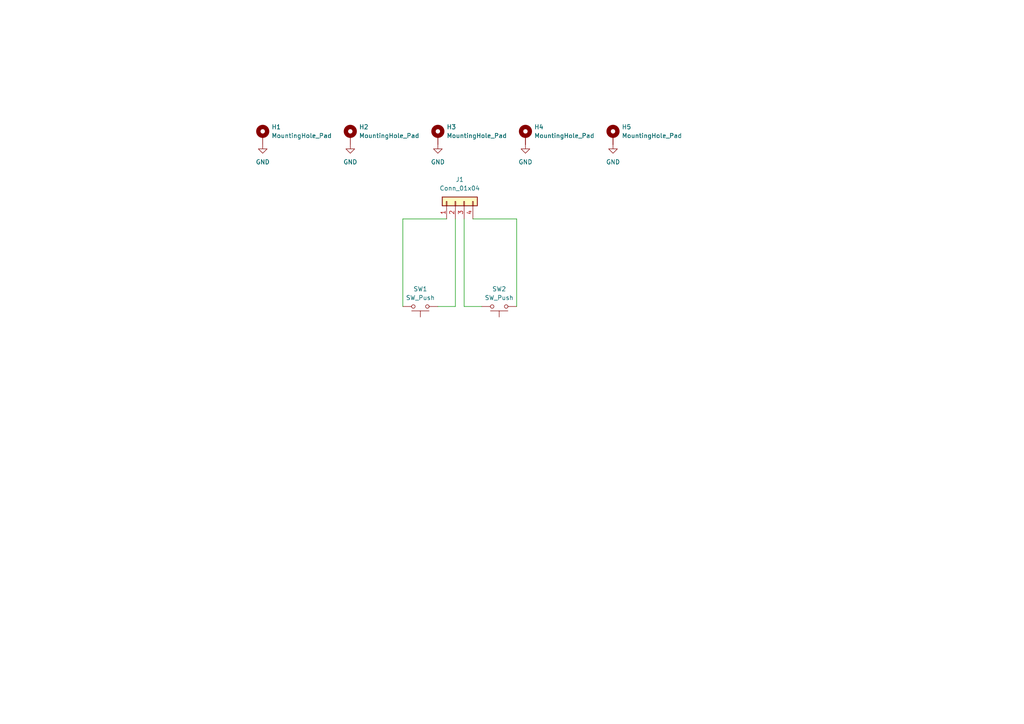
<source format=kicad_sch>
(kicad_sch (version 20211123) (generator eeschema)
  (paper "A4")
  (title_block (title "SDP23_Team5_Coaster") (date "2022-11-22") (rev "v1.0") (company "Qat") (comment 1 "Omar Areiqat") (comment 2 "Referenced from M5 Terrain Buggy"))
  (lib_symbols
    (symbol "Connector_Generic:Conn_01x04" (pin_names (offset 1.016) hide)
      (property "Reference" "J" (at 0 5.08 0))
      (property "Value" "Conn_01x04" (at 0 -7.62 0))
      (symbol "Conn_01x04_1_1"
        (rectangle (start -1.27 -4.953) (end 0 -5.207) (stroke (width 0.1524)))
        (rectangle (start -1.27 -2.413) (end 0 -2.667) (stroke (width 0.1524)))
        (rectangle (start -1.27 0.127) (end 0 -0.127) (stroke (width 0.1524)))
        (rectangle (start -1.27 2.667) (end 0 2.413) (stroke (width 0.1524)))
        (rectangle (start -1.27 3.81) (end 1.27 -6.35) (stroke (width 0.254)) (fill (type background)))
        (pin passive line (at -5.08 2.54 0) (length 3.81) (name "Pin_1") (number "1"))
        (pin passive line (at -5.08 0 0) (length 3.81) (name "Pin_2") (number "2"))
        (pin passive line (at -5.08 -2.54 0) (length 3.81) (name "Pin_3") (number "3"))
        (pin passive line (at -5.08 -5.08 0) (length 3.81) (name "Pin_4") (number "4"))
      )
    )
    (symbol "Mechanical:MountingHole_Pad" (pin_numbers hide) (pin_names (offset 1.016) hide)
      (property "Reference" "H" (at 0 6.35 0))
      (property "Value" "MountingHole_Pad" (at 0 4.445 0))
      (symbol "MountingHole_Pad_0_1"
        (circle (center 0 1.27) (radius 1.27) (stroke (width 1.27)))
      )
      (symbol "MountingHole_Pad_1_1"
        (pin input line (at 0 -2.54 90) (length 2.54) (name "1") (number "1"))
      )
    )
    (symbol "Switch:SW_Push" (pin_numbers hide) (pin_names (offset 1.016) hide)
      (property "Reference" "SW" (at 1.27 2.54 0))
      (property "Value" "SW_Push" (at 0 -1.524 0))
      (symbol "SW_Push_0_1"
        (circle (center -2.032 0) (radius 0.508))
        (polyline (pts (xy 0 1.27) (xy 0 3.048)))
        (polyline (pts (xy 2.54 1.27) (xy -2.54 1.27)))
        (circle (center 2.032 0) (radius 0.508))
        (pin passive line (at -5.08 0 0) (length 2.54) (name "1") (number "1"))
        (pin passive line (at 5.08 0 180) (length 2.54) (name "2") (number "2"))
      )
    )
    (symbol "power:GND" (power) (pin_names (offset 0))
      (property "Value" "GND" (at 0 -3.81 0))
      (symbol "GND_0_1"
        (polyline (pts (xy 0 0) (xy 0 -1.27) (xy 1.27 -1.27) (xy 0 -2.54) (xy -1.27 -1.27) (xy 0 -1.27)))
      )
      (symbol "GND_1_1"
        (pin power_in line (at 0 0 270) (length 0) hide (name "GND") (number "1"))
      )
    )
  )
  (wire (pts (xy 149.86 63.5) (xy 149.86 88.9)))
  (wire (pts (xy 116.84 63.5) (xy 116.84 88.9)))
  (wire (pts (xy 134.62 63.5) (xy 134.62 88.9)))
  (wire (pts (xy 132.08 88.9) (xy 127 88.9)))
  (wire (pts (xy 137.16 63.5) (xy 149.86 63.5)))
  (wire (pts (xy 134.62 88.9) (xy 139.7 88.9)))
  (wire (pts (xy 132.08 63.5) (xy 132.08 88.9)))
  (wire (pts (xy 129.54 63.5) (xy 116.84 63.5)))
  (symbol (lib_id "Mechanical:MountingHole_Pad") (at 101.6 39.37 0) (unit 1)
    (property "Reference" "H2" (at 104.14 36.8299 0) (effects (justify left)))
    (property "Value" "MountingHole_Pad" (at 104.14 39.3699 0) (effects (justify left)))
    (property "Footprint" "MountingHole:MountingHole_3mm_Pad_Via" (effects hide))
  )
  (symbol (lib_id "Mechanical:MountingHole_Pad") (at 152.4 39.37 0) (unit 1)
    (property "Reference" "H4" (at 154.94 36.8299 0) (effects (justify left)))
    (property "Value" "MountingHole_Pad" (at 154.94 39.3699 0) (effects (justify left)))
    (property "Footprint" "MountingHole:MountingHole_3mm_Pad_Via" (effects hide))
  )
  (symbol (lib_id "Switch:SW_Push") (at 121.92 88.9 180) (unit 1)
    (property "Reference" "SW1" (at 121.92 83.82 0))
    (property "Value" "SW_Push" (at 121.92 86.36 0))
    (property "Footprint" "Button_Switch_Keyboard:SW_Cherry_MX_1.00u_PCB" (effects hide))
  )
  (symbol (lib_id "power:GND") (at 101.6 41.91 0) (unit 1)
    (property "Reference" "#PWR0101" (effects hide))
    (property "Value" "GND" (at 101.6 46.99 0))
  )
  (symbol (lib_id "power:GND") (at 152.4 41.91 0) (unit 1)
    (property "Reference" "#PWR0104" (effects hide))
    (property "Value" "GND" (at 152.4 46.99 0))
  )
  (symbol (lib_id "power:GND") (at 76.2 41.91 0) (unit 1)
    (property "Reference" "#PWR0102" (effects hide))
    (property "Value" "GND" (at 76.2 46.99 0))
  )
  (symbol (lib_id "Connector_Generic:Conn_01x04") (at 132.08 58.42 90) (unit 1)
    (property "Reference" "J1" (at 133.35 52.07 90))
    (property "Value" "Conn_01x04" (at 133.35 54.61 90))
    (property "Footprint" "Connector_PinSocket_2.54mm:PinSocket_1x04_P2.54mm_Vertical" (effects hide))
  )
  (symbol (lib_id "Mechanical:MountingHole_Pad") (at 177.8 39.37 0) (unit 1)
    (property "Reference" "H5" (at 180.34 36.8299 0) (effects (justify left)))
    (property "Value" "MountingHole_Pad" (at 180.34 39.3699 0) (effects (justify left)))
    (property "Footprint" "MountingHole:MountingHole_3mm_Pad_Via" (effects hide))
  )
  (symbol (lib_id "Switch:SW_Push") (at 144.78 88.9 180) (unit 1)
    (property "Reference" "SW2" (at 144.78 83.82 0))
    (property "Value" "SW_Push" (at 144.78 86.36 0))
    (property "Footprint" "Button_Switch_Keyboard:SW_Cherry_MX_1.00u_PCB" (effects hide))
  )
  (symbol (lib_id "Mechanical:MountingHole_Pad") (at 76.2 39.37 0) (unit 1)
    (property "Reference" "H1" (at 78.74 36.8299 0) (effects (justify left)))
    (property "Value" "MountingHole_Pad" (at 78.74 39.3699 0) (effects (justify left)))
    (property "Footprint" "MountingHole:MountingHole_3mm_Pad_Via" (effects hide))
  )
  (symbol (lib_id "power:GND") (at 177.8 41.91 0) (unit 1)
    (property "Reference" "#PWR0105" (effects hide))
    (property "Value" "GND" (at 177.8 46.99 0))
  )
  (symbol (lib_id "Mechanical:MountingHole_Pad") (at 127 39.37 0) (unit 1)
    (property "Reference" "H3" (at 129.54 36.8299 0) (effects (justify left)))
    (property "Value" "MountingHole_Pad" (at 129.54 39.3699 0) (effects (justify left)))
    (property "Footprint" "MountingHole:MountingHole_3mm_Pad_Via" (effects hide))
  )
  (symbol (lib_id "power:GND") (at 127 41.91 0) (unit 1)
    (property "Reference" "#PWR0103" (effects hide))
    (property "Value" "GND" (at 127 46.99 0))
  )
)
</source>
